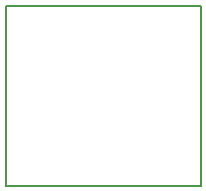
<source format=gko>
G04 DipTrace 2.4.0.2*
%INBoardOutline.gko*%
%MOIN*%
%ADD11C,0.0055*%
%FSLAX44Y44*%
G04*
G70*
G90*
G75*
G01*
%LNBoardOutline*%
%LPD*%
X3940Y9940D2*
D11*
X10440D1*
Y3940D1*
X3940D1*
Y9940D1*
M02*

</source>
